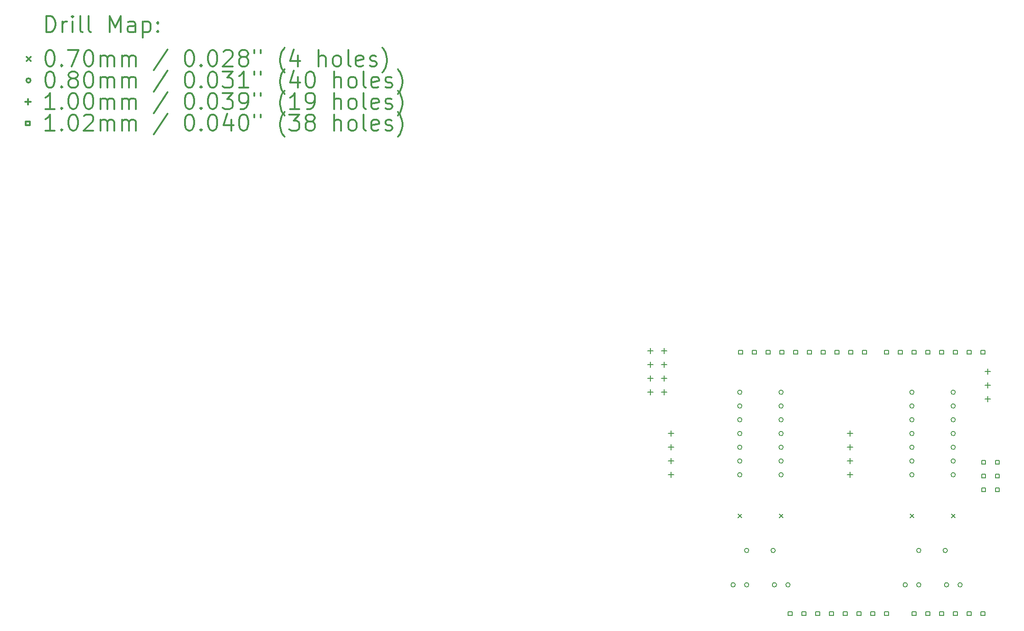
<source format=gbr>
%FSLAX45Y45*%
G04 Gerber Fmt 4.5, Leading zero omitted, Abs format (unit mm)*
G04 Created by KiCad (PCBNEW (5.1.4-0-10_14)) date 2019-10-20 20:34:56*
%MOMM*%
%LPD*%
G04 APERTURE LIST*
%ADD10C,0.200000*%
%ADD11C,0.300000*%
G04 APERTURE END LIST*
D10*
X13046000Y-9363000D02*
X13116000Y-9433000D01*
X13116000Y-9363000D02*
X13046000Y-9433000D01*
X13808000Y-9363000D02*
X13878000Y-9433000D01*
X13878000Y-9363000D02*
X13808000Y-9433000D01*
X16221000Y-9363000D02*
X16291000Y-9433000D01*
X16291000Y-9363000D02*
X16221000Y-9433000D01*
X16983000Y-9363000D02*
X17053000Y-9433000D01*
X17053000Y-9363000D02*
X16983000Y-9433000D01*
X16423000Y-10033000D02*
G75*
G03X16423000Y-10033000I-40000J0D01*
G01*
X16911000Y-10033000D02*
G75*
G03X16911000Y-10033000I-40000J0D01*
G01*
X13248000Y-10033000D02*
G75*
G03X13248000Y-10033000I-40000J0D01*
G01*
X13736000Y-10033000D02*
G75*
G03X13736000Y-10033000I-40000J0D01*
G01*
X16296000Y-7112000D02*
G75*
G03X16296000Y-7112000I-40000J0D01*
G01*
X16296000Y-7366000D02*
G75*
G03X16296000Y-7366000I-40000J0D01*
G01*
X16296000Y-7620000D02*
G75*
G03X16296000Y-7620000I-40000J0D01*
G01*
X16296000Y-7874000D02*
G75*
G03X16296000Y-7874000I-40000J0D01*
G01*
X16296000Y-8128000D02*
G75*
G03X16296000Y-8128000I-40000J0D01*
G01*
X16296000Y-8382000D02*
G75*
G03X16296000Y-8382000I-40000J0D01*
G01*
X16296000Y-8636000D02*
G75*
G03X16296000Y-8636000I-40000J0D01*
G01*
X17058000Y-7112000D02*
G75*
G03X17058000Y-7112000I-40000J0D01*
G01*
X17058000Y-7366000D02*
G75*
G03X17058000Y-7366000I-40000J0D01*
G01*
X17058000Y-7620000D02*
G75*
G03X17058000Y-7620000I-40000J0D01*
G01*
X17058000Y-7874000D02*
G75*
G03X17058000Y-7874000I-40000J0D01*
G01*
X17058000Y-8128000D02*
G75*
G03X17058000Y-8128000I-40000J0D01*
G01*
X17058000Y-8382000D02*
G75*
G03X17058000Y-8382000I-40000J0D01*
G01*
X17058000Y-8636000D02*
G75*
G03X17058000Y-8636000I-40000J0D01*
G01*
X13760000Y-10668000D02*
G75*
G03X13760000Y-10668000I-40000J0D01*
G01*
X14010000Y-10668000D02*
G75*
G03X14010000Y-10668000I-40000J0D01*
G01*
X12998000Y-10668000D02*
G75*
G03X12998000Y-10668000I-40000J0D01*
G01*
X13121000Y-7112000D02*
G75*
G03X13121000Y-7112000I-40000J0D01*
G01*
X13121000Y-7366000D02*
G75*
G03X13121000Y-7366000I-40000J0D01*
G01*
X13121000Y-7620000D02*
G75*
G03X13121000Y-7620000I-40000J0D01*
G01*
X13121000Y-7874000D02*
G75*
G03X13121000Y-7874000I-40000J0D01*
G01*
X13121000Y-8128000D02*
G75*
G03X13121000Y-8128000I-40000J0D01*
G01*
X13121000Y-8382000D02*
G75*
G03X13121000Y-8382000I-40000J0D01*
G01*
X13121000Y-8636000D02*
G75*
G03X13121000Y-8636000I-40000J0D01*
G01*
X13883000Y-7112000D02*
G75*
G03X13883000Y-7112000I-40000J0D01*
G01*
X13883000Y-7366000D02*
G75*
G03X13883000Y-7366000I-40000J0D01*
G01*
X13883000Y-7620000D02*
G75*
G03X13883000Y-7620000I-40000J0D01*
G01*
X13883000Y-7874000D02*
G75*
G03X13883000Y-7874000I-40000J0D01*
G01*
X13883000Y-8128000D02*
G75*
G03X13883000Y-8128000I-40000J0D01*
G01*
X13883000Y-8382000D02*
G75*
G03X13883000Y-8382000I-40000J0D01*
G01*
X13883000Y-8636000D02*
G75*
G03X13883000Y-8636000I-40000J0D01*
G01*
X13248000Y-10668000D02*
G75*
G03X13248000Y-10668000I-40000J0D01*
G01*
X16935000Y-10668000D02*
G75*
G03X16935000Y-10668000I-40000J0D01*
G01*
X17185000Y-10668000D02*
G75*
G03X17185000Y-10668000I-40000J0D01*
G01*
X16173000Y-10668000D02*
G75*
G03X16173000Y-10668000I-40000J0D01*
G01*
X16423000Y-10668000D02*
G75*
G03X16423000Y-10668000I-40000J0D01*
G01*
X11811000Y-7824000D02*
X11811000Y-7924000D01*
X11761000Y-7874000D02*
X11861000Y-7874000D01*
X11811000Y-8078000D02*
X11811000Y-8178000D01*
X11761000Y-8128000D02*
X11861000Y-8128000D01*
X11811000Y-8332000D02*
X11811000Y-8432000D01*
X11761000Y-8382000D02*
X11861000Y-8382000D01*
X11811000Y-8586000D02*
X11811000Y-8686000D01*
X11761000Y-8636000D02*
X11861000Y-8636000D01*
X11430000Y-6554000D02*
X11430000Y-6654000D01*
X11380000Y-6604000D02*
X11480000Y-6604000D01*
X11430000Y-6808000D02*
X11430000Y-6908000D01*
X11380000Y-6858000D02*
X11480000Y-6858000D01*
X11430000Y-7062000D02*
X11430000Y-7162000D01*
X11380000Y-7112000D02*
X11480000Y-7112000D01*
X11684000Y-6300000D02*
X11684000Y-6400000D01*
X11634000Y-6350000D02*
X11734000Y-6350000D01*
X11684000Y-6554000D02*
X11684000Y-6654000D01*
X11634000Y-6604000D02*
X11734000Y-6604000D01*
X11684000Y-6808000D02*
X11684000Y-6908000D01*
X11634000Y-6858000D02*
X11734000Y-6858000D01*
X11684000Y-7062000D02*
X11684000Y-7162000D01*
X11634000Y-7112000D02*
X11734000Y-7112000D01*
X17653000Y-6681000D02*
X17653000Y-6781000D01*
X17603000Y-6731000D02*
X17703000Y-6731000D01*
X17653000Y-6935000D02*
X17653000Y-7035000D01*
X17603000Y-6985000D02*
X17703000Y-6985000D01*
X17653000Y-7189000D02*
X17653000Y-7289000D01*
X17603000Y-7239000D02*
X17703000Y-7239000D01*
X15113000Y-7824000D02*
X15113000Y-7924000D01*
X15063000Y-7874000D02*
X15163000Y-7874000D01*
X15113000Y-8078000D02*
X15113000Y-8178000D01*
X15063000Y-8128000D02*
X15163000Y-8128000D01*
X15113000Y-8332000D02*
X15113000Y-8432000D01*
X15063000Y-8382000D02*
X15163000Y-8382000D01*
X15113000Y-8586000D02*
X15113000Y-8686000D01*
X15063000Y-8636000D02*
X15163000Y-8636000D01*
X11430000Y-6300000D02*
X11430000Y-6400000D01*
X11380000Y-6350000D02*
X11480000Y-6350000D01*
X13131521Y-6407921D02*
X13131521Y-6336079D01*
X13059679Y-6336079D01*
X13059679Y-6407921D01*
X13131521Y-6407921D01*
X13385521Y-6407921D02*
X13385521Y-6336079D01*
X13313679Y-6336079D01*
X13313679Y-6407921D01*
X13385521Y-6407921D01*
X13639521Y-6407921D02*
X13639521Y-6336079D01*
X13567679Y-6336079D01*
X13567679Y-6407921D01*
X13639521Y-6407921D01*
X13893521Y-6407921D02*
X13893521Y-6336079D01*
X13821679Y-6336079D01*
X13821679Y-6407921D01*
X13893521Y-6407921D01*
X14045921Y-11233921D02*
X14045921Y-11162079D01*
X13974079Y-11162079D01*
X13974079Y-11233921D01*
X14045921Y-11233921D01*
X14147521Y-6407921D02*
X14147521Y-6336079D01*
X14075679Y-6336079D01*
X14075679Y-6407921D01*
X14147521Y-6407921D01*
X14299921Y-11233921D02*
X14299921Y-11162079D01*
X14228079Y-11162079D01*
X14228079Y-11233921D01*
X14299921Y-11233921D01*
X14401521Y-6407921D02*
X14401521Y-6336079D01*
X14329679Y-6336079D01*
X14329679Y-6407921D01*
X14401521Y-6407921D01*
X14553921Y-11233921D02*
X14553921Y-11162079D01*
X14482079Y-11162079D01*
X14482079Y-11233921D01*
X14553921Y-11233921D01*
X14655521Y-6407921D02*
X14655521Y-6336079D01*
X14583679Y-6336079D01*
X14583679Y-6407921D01*
X14655521Y-6407921D01*
X14807921Y-11233921D02*
X14807921Y-11162079D01*
X14736079Y-11162079D01*
X14736079Y-11233921D01*
X14807921Y-11233921D01*
X14909521Y-6407921D02*
X14909521Y-6336079D01*
X14837679Y-6336079D01*
X14837679Y-6407921D01*
X14909521Y-6407921D01*
X15061921Y-11233921D02*
X15061921Y-11162079D01*
X14990079Y-11162079D01*
X14990079Y-11233921D01*
X15061921Y-11233921D01*
X15163521Y-6407921D02*
X15163521Y-6336079D01*
X15091679Y-6336079D01*
X15091679Y-6407921D01*
X15163521Y-6407921D01*
X15315921Y-11233921D02*
X15315921Y-11162079D01*
X15244079Y-11162079D01*
X15244079Y-11233921D01*
X15315921Y-11233921D01*
X15417521Y-6407921D02*
X15417521Y-6336079D01*
X15345679Y-6336079D01*
X15345679Y-6407921D01*
X15417521Y-6407921D01*
X15569921Y-11233921D02*
X15569921Y-11162079D01*
X15498079Y-11162079D01*
X15498079Y-11233921D01*
X15569921Y-11233921D01*
X15823921Y-6407921D02*
X15823921Y-6336079D01*
X15752079Y-6336079D01*
X15752079Y-6407921D01*
X15823921Y-6407921D01*
X15823921Y-11233921D02*
X15823921Y-11162079D01*
X15752079Y-11162079D01*
X15752079Y-11233921D01*
X15823921Y-11233921D01*
X16077921Y-6407921D02*
X16077921Y-6336079D01*
X16006079Y-6336079D01*
X16006079Y-6407921D01*
X16077921Y-6407921D01*
X16331921Y-6407921D02*
X16331921Y-6336079D01*
X16260079Y-6336079D01*
X16260079Y-6407921D01*
X16331921Y-6407921D01*
X16331921Y-11233921D02*
X16331921Y-11162079D01*
X16260079Y-11162079D01*
X16260079Y-11233921D01*
X16331921Y-11233921D01*
X16585921Y-6407921D02*
X16585921Y-6336079D01*
X16514079Y-6336079D01*
X16514079Y-6407921D01*
X16585921Y-6407921D01*
X16585921Y-11233921D02*
X16585921Y-11162079D01*
X16514079Y-11162079D01*
X16514079Y-11233921D01*
X16585921Y-11233921D01*
X16839921Y-6407921D02*
X16839921Y-6336079D01*
X16768079Y-6336079D01*
X16768079Y-6407921D01*
X16839921Y-6407921D01*
X16839921Y-11233921D02*
X16839921Y-11162079D01*
X16768079Y-11162079D01*
X16768079Y-11233921D01*
X16839921Y-11233921D01*
X17093921Y-6407921D02*
X17093921Y-6336079D01*
X17022079Y-6336079D01*
X17022079Y-6407921D01*
X17093921Y-6407921D01*
X17093921Y-11233921D02*
X17093921Y-11162079D01*
X17022079Y-11162079D01*
X17022079Y-11233921D01*
X17093921Y-11233921D01*
X17347921Y-6407921D02*
X17347921Y-6336079D01*
X17276079Y-6336079D01*
X17276079Y-6407921D01*
X17347921Y-6407921D01*
X17347921Y-11233921D02*
X17347921Y-11162079D01*
X17276079Y-11162079D01*
X17276079Y-11233921D01*
X17347921Y-11233921D01*
X17601921Y-6407921D02*
X17601921Y-6336079D01*
X17530079Y-6336079D01*
X17530079Y-6407921D01*
X17601921Y-6407921D01*
X17601921Y-11233921D02*
X17601921Y-11162079D01*
X17530079Y-11162079D01*
X17530079Y-11233921D01*
X17601921Y-11233921D01*
X17614621Y-8439921D02*
X17614621Y-8368079D01*
X17542779Y-8368079D01*
X17542779Y-8439921D01*
X17614621Y-8439921D01*
X17614621Y-8693921D02*
X17614621Y-8622079D01*
X17542779Y-8622079D01*
X17542779Y-8693921D01*
X17614621Y-8693921D01*
X17614621Y-8947921D02*
X17614621Y-8876079D01*
X17542779Y-8876079D01*
X17542779Y-8947921D01*
X17614621Y-8947921D01*
X17868621Y-8439921D02*
X17868621Y-8368079D01*
X17796779Y-8368079D01*
X17796779Y-8439921D01*
X17868621Y-8439921D01*
X17868621Y-8693921D02*
X17868621Y-8622079D01*
X17796779Y-8622079D01*
X17796779Y-8693921D01*
X17868621Y-8693921D01*
X17868621Y-8947921D02*
X17868621Y-8876079D01*
X17796779Y-8876079D01*
X17796779Y-8947921D01*
X17868621Y-8947921D01*
D11*
X286429Y-465714D02*
X286429Y-165714D01*
X357857Y-165714D01*
X400714Y-180000D01*
X429286Y-208571D01*
X443571Y-237143D01*
X457857Y-294286D01*
X457857Y-337143D01*
X443571Y-394286D01*
X429286Y-422857D01*
X400714Y-451428D01*
X357857Y-465714D01*
X286429Y-465714D01*
X586429Y-465714D02*
X586429Y-265714D01*
X586429Y-322857D02*
X600714Y-294286D01*
X615000Y-280000D01*
X643571Y-265714D01*
X672143Y-265714D01*
X772143Y-465714D02*
X772143Y-265714D01*
X772143Y-165714D02*
X757857Y-180000D01*
X772143Y-194286D01*
X786428Y-180000D01*
X772143Y-165714D01*
X772143Y-194286D01*
X957857Y-465714D02*
X929286Y-451428D01*
X915000Y-422857D01*
X915000Y-165714D01*
X1115000Y-465714D02*
X1086429Y-451428D01*
X1072143Y-422857D01*
X1072143Y-165714D01*
X1457857Y-465714D02*
X1457857Y-165714D01*
X1557857Y-380000D01*
X1657857Y-165714D01*
X1657857Y-465714D01*
X1929286Y-465714D02*
X1929286Y-308571D01*
X1915000Y-280000D01*
X1886428Y-265714D01*
X1829286Y-265714D01*
X1800714Y-280000D01*
X1929286Y-451428D02*
X1900714Y-465714D01*
X1829286Y-465714D01*
X1800714Y-451428D01*
X1786428Y-422857D01*
X1786428Y-394286D01*
X1800714Y-365714D01*
X1829286Y-351428D01*
X1900714Y-351428D01*
X1929286Y-337143D01*
X2072143Y-265714D02*
X2072143Y-565714D01*
X2072143Y-280000D02*
X2100714Y-265714D01*
X2157857Y-265714D01*
X2186429Y-280000D01*
X2200714Y-294286D01*
X2215000Y-322857D01*
X2215000Y-408571D01*
X2200714Y-437143D01*
X2186429Y-451428D01*
X2157857Y-465714D01*
X2100714Y-465714D01*
X2072143Y-451428D01*
X2343571Y-437143D02*
X2357857Y-451428D01*
X2343571Y-465714D01*
X2329286Y-451428D01*
X2343571Y-437143D01*
X2343571Y-465714D01*
X2343571Y-280000D02*
X2357857Y-294286D01*
X2343571Y-308571D01*
X2329286Y-294286D01*
X2343571Y-280000D01*
X2343571Y-308571D01*
X-70000Y-925000D02*
X0Y-995000D01*
X0Y-925000D02*
X-70000Y-995000D01*
X343571Y-795714D02*
X372143Y-795714D01*
X400714Y-810000D01*
X415000Y-824286D01*
X429286Y-852857D01*
X443571Y-910000D01*
X443571Y-981428D01*
X429286Y-1038571D01*
X415000Y-1067143D01*
X400714Y-1081429D01*
X372143Y-1095714D01*
X343571Y-1095714D01*
X315000Y-1081429D01*
X300714Y-1067143D01*
X286429Y-1038571D01*
X272143Y-981428D01*
X272143Y-910000D01*
X286429Y-852857D01*
X300714Y-824286D01*
X315000Y-810000D01*
X343571Y-795714D01*
X572143Y-1067143D02*
X586429Y-1081429D01*
X572143Y-1095714D01*
X557857Y-1081429D01*
X572143Y-1067143D01*
X572143Y-1095714D01*
X686429Y-795714D02*
X886428Y-795714D01*
X757857Y-1095714D01*
X1057857Y-795714D02*
X1086429Y-795714D01*
X1115000Y-810000D01*
X1129286Y-824286D01*
X1143571Y-852857D01*
X1157857Y-910000D01*
X1157857Y-981428D01*
X1143571Y-1038571D01*
X1129286Y-1067143D01*
X1115000Y-1081429D01*
X1086429Y-1095714D01*
X1057857Y-1095714D01*
X1029286Y-1081429D01*
X1015000Y-1067143D01*
X1000714Y-1038571D01*
X986428Y-981428D01*
X986428Y-910000D01*
X1000714Y-852857D01*
X1015000Y-824286D01*
X1029286Y-810000D01*
X1057857Y-795714D01*
X1286429Y-1095714D02*
X1286429Y-895714D01*
X1286429Y-924286D02*
X1300714Y-910000D01*
X1329286Y-895714D01*
X1372143Y-895714D01*
X1400714Y-910000D01*
X1415000Y-938571D01*
X1415000Y-1095714D01*
X1415000Y-938571D02*
X1429286Y-910000D01*
X1457857Y-895714D01*
X1500714Y-895714D01*
X1529286Y-910000D01*
X1543571Y-938571D01*
X1543571Y-1095714D01*
X1686428Y-1095714D02*
X1686428Y-895714D01*
X1686428Y-924286D02*
X1700714Y-910000D01*
X1729286Y-895714D01*
X1772143Y-895714D01*
X1800714Y-910000D01*
X1815000Y-938571D01*
X1815000Y-1095714D01*
X1815000Y-938571D02*
X1829286Y-910000D01*
X1857857Y-895714D01*
X1900714Y-895714D01*
X1929286Y-910000D01*
X1943571Y-938571D01*
X1943571Y-1095714D01*
X2529286Y-781428D02*
X2272143Y-1167143D01*
X2915000Y-795714D02*
X2943571Y-795714D01*
X2972143Y-810000D01*
X2986428Y-824286D01*
X3000714Y-852857D01*
X3015000Y-910000D01*
X3015000Y-981428D01*
X3000714Y-1038571D01*
X2986428Y-1067143D01*
X2972143Y-1081429D01*
X2943571Y-1095714D01*
X2915000Y-1095714D01*
X2886428Y-1081429D01*
X2872143Y-1067143D01*
X2857857Y-1038571D01*
X2843571Y-981428D01*
X2843571Y-910000D01*
X2857857Y-852857D01*
X2872143Y-824286D01*
X2886428Y-810000D01*
X2915000Y-795714D01*
X3143571Y-1067143D02*
X3157857Y-1081429D01*
X3143571Y-1095714D01*
X3129286Y-1081429D01*
X3143571Y-1067143D01*
X3143571Y-1095714D01*
X3343571Y-795714D02*
X3372143Y-795714D01*
X3400714Y-810000D01*
X3415000Y-824286D01*
X3429286Y-852857D01*
X3443571Y-910000D01*
X3443571Y-981428D01*
X3429286Y-1038571D01*
X3415000Y-1067143D01*
X3400714Y-1081429D01*
X3372143Y-1095714D01*
X3343571Y-1095714D01*
X3315000Y-1081429D01*
X3300714Y-1067143D01*
X3286428Y-1038571D01*
X3272143Y-981428D01*
X3272143Y-910000D01*
X3286428Y-852857D01*
X3300714Y-824286D01*
X3315000Y-810000D01*
X3343571Y-795714D01*
X3557857Y-824286D02*
X3572143Y-810000D01*
X3600714Y-795714D01*
X3672143Y-795714D01*
X3700714Y-810000D01*
X3715000Y-824286D01*
X3729286Y-852857D01*
X3729286Y-881428D01*
X3715000Y-924286D01*
X3543571Y-1095714D01*
X3729286Y-1095714D01*
X3900714Y-924286D02*
X3872143Y-910000D01*
X3857857Y-895714D01*
X3843571Y-867143D01*
X3843571Y-852857D01*
X3857857Y-824286D01*
X3872143Y-810000D01*
X3900714Y-795714D01*
X3957857Y-795714D01*
X3986428Y-810000D01*
X4000714Y-824286D01*
X4015000Y-852857D01*
X4015000Y-867143D01*
X4000714Y-895714D01*
X3986428Y-910000D01*
X3957857Y-924286D01*
X3900714Y-924286D01*
X3872143Y-938571D01*
X3857857Y-952857D01*
X3843571Y-981428D01*
X3843571Y-1038571D01*
X3857857Y-1067143D01*
X3872143Y-1081429D01*
X3900714Y-1095714D01*
X3957857Y-1095714D01*
X3986428Y-1081429D01*
X4000714Y-1067143D01*
X4015000Y-1038571D01*
X4015000Y-981428D01*
X4000714Y-952857D01*
X3986428Y-938571D01*
X3957857Y-924286D01*
X4129286Y-795714D02*
X4129286Y-852857D01*
X4243571Y-795714D02*
X4243571Y-852857D01*
X4686429Y-1210000D02*
X4672143Y-1195714D01*
X4643571Y-1152857D01*
X4629286Y-1124286D01*
X4615000Y-1081429D01*
X4600714Y-1010000D01*
X4600714Y-952857D01*
X4615000Y-881428D01*
X4629286Y-838571D01*
X4643571Y-810000D01*
X4672143Y-767143D01*
X4686429Y-752857D01*
X4929286Y-895714D02*
X4929286Y-1095714D01*
X4857857Y-781428D02*
X4786429Y-995714D01*
X4972143Y-995714D01*
X5315000Y-1095714D02*
X5315000Y-795714D01*
X5443571Y-1095714D02*
X5443571Y-938571D01*
X5429286Y-910000D01*
X5400714Y-895714D01*
X5357857Y-895714D01*
X5329286Y-910000D01*
X5315000Y-924286D01*
X5629286Y-1095714D02*
X5600714Y-1081429D01*
X5586429Y-1067143D01*
X5572143Y-1038571D01*
X5572143Y-952857D01*
X5586429Y-924286D01*
X5600714Y-910000D01*
X5629286Y-895714D01*
X5672143Y-895714D01*
X5700714Y-910000D01*
X5715000Y-924286D01*
X5729286Y-952857D01*
X5729286Y-1038571D01*
X5715000Y-1067143D01*
X5700714Y-1081429D01*
X5672143Y-1095714D01*
X5629286Y-1095714D01*
X5900714Y-1095714D02*
X5872143Y-1081429D01*
X5857857Y-1052857D01*
X5857857Y-795714D01*
X6129286Y-1081429D02*
X6100714Y-1095714D01*
X6043571Y-1095714D01*
X6015000Y-1081429D01*
X6000714Y-1052857D01*
X6000714Y-938571D01*
X6015000Y-910000D01*
X6043571Y-895714D01*
X6100714Y-895714D01*
X6129286Y-910000D01*
X6143571Y-938571D01*
X6143571Y-967143D01*
X6000714Y-995714D01*
X6257857Y-1081429D02*
X6286428Y-1095714D01*
X6343571Y-1095714D01*
X6372143Y-1081429D01*
X6386428Y-1052857D01*
X6386428Y-1038571D01*
X6372143Y-1010000D01*
X6343571Y-995714D01*
X6300714Y-995714D01*
X6272143Y-981428D01*
X6257857Y-952857D01*
X6257857Y-938571D01*
X6272143Y-910000D01*
X6300714Y-895714D01*
X6343571Y-895714D01*
X6372143Y-910000D01*
X6486428Y-1210000D02*
X6500714Y-1195714D01*
X6529286Y-1152857D01*
X6543571Y-1124286D01*
X6557857Y-1081429D01*
X6572143Y-1010000D01*
X6572143Y-952857D01*
X6557857Y-881428D01*
X6543571Y-838571D01*
X6529286Y-810000D01*
X6500714Y-767143D01*
X6486428Y-752857D01*
X0Y-1356000D02*
G75*
G03X0Y-1356000I-40000J0D01*
G01*
X343571Y-1191714D02*
X372143Y-1191714D01*
X400714Y-1206000D01*
X415000Y-1220286D01*
X429286Y-1248857D01*
X443571Y-1306000D01*
X443571Y-1377429D01*
X429286Y-1434571D01*
X415000Y-1463143D01*
X400714Y-1477428D01*
X372143Y-1491714D01*
X343571Y-1491714D01*
X315000Y-1477428D01*
X300714Y-1463143D01*
X286429Y-1434571D01*
X272143Y-1377429D01*
X272143Y-1306000D01*
X286429Y-1248857D01*
X300714Y-1220286D01*
X315000Y-1206000D01*
X343571Y-1191714D01*
X572143Y-1463143D02*
X586429Y-1477428D01*
X572143Y-1491714D01*
X557857Y-1477428D01*
X572143Y-1463143D01*
X572143Y-1491714D01*
X757857Y-1320286D02*
X729286Y-1306000D01*
X715000Y-1291714D01*
X700714Y-1263143D01*
X700714Y-1248857D01*
X715000Y-1220286D01*
X729286Y-1206000D01*
X757857Y-1191714D01*
X815000Y-1191714D01*
X843571Y-1206000D01*
X857857Y-1220286D01*
X872143Y-1248857D01*
X872143Y-1263143D01*
X857857Y-1291714D01*
X843571Y-1306000D01*
X815000Y-1320286D01*
X757857Y-1320286D01*
X729286Y-1334571D01*
X715000Y-1348857D01*
X700714Y-1377429D01*
X700714Y-1434571D01*
X715000Y-1463143D01*
X729286Y-1477428D01*
X757857Y-1491714D01*
X815000Y-1491714D01*
X843571Y-1477428D01*
X857857Y-1463143D01*
X872143Y-1434571D01*
X872143Y-1377429D01*
X857857Y-1348857D01*
X843571Y-1334571D01*
X815000Y-1320286D01*
X1057857Y-1191714D02*
X1086429Y-1191714D01*
X1115000Y-1206000D01*
X1129286Y-1220286D01*
X1143571Y-1248857D01*
X1157857Y-1306000D01*
X1157857Y-1377429D01*
X1143571Y-1434571D01*
X1129286Y-1463143D01*
X1115000Y-1477428D01*
X1086429Y-1491714D01*
X1057857Y-1491714D01*
X1029286Y-1477428D01*
X1015000Y-1463143D01*
X1000714Y-1434571D01*
X986428Y-1377429D01*
X986428Y-1306000D01*
X1000714Y-1248857D01*
X1015000Y-1220286D01*
X1029286Y-1206000D01*
X1057857Y-1191714D01*
X1286429Y-1491714D02*
X1286429Y-1291714D01*
X1286429Y-1320286D02*
X1300714Y-1306000D01*
X1329286Y-1291714D01*
X1372143Y-1291714D01*
X1400714Y-1306000D01*
X1415000Y-1334571D01*
X1415000Y-1491714D01*
X1415000Y-1334571D02*
X1429286Y-1306000D01*
X1457857Y-1291714D01*
X1500714Y-1291714D01*
X1529286Y-1306000D01*
X1543571Y-1334571D01*
X1543571Y-1491714D01*
X1686428Y-1491714D02*
X1686428Y-1291714D01*
X1686428Y-1320286D02*
X1700714Y-1306000D01*
X1729286Y-1291714D01*
X1772143Y-1291714D01*
X1800714Y-1306000D01*
X1815000Y-1334571D01*
X1815000Y-1491714D01*
X1815000Y-1334571D02*
X1829286Y-1306000D01*
X1857857Y-1291714D01*
X1900714Y-1291714D01*
X1929286Y-1306000D01*
X1943571Y-1334571D01*
X1943571Y-1491714D01*
X2529286Y-1177429D02*
X2272143Y-1563143D01*
X2915000Y-1191714D02*
X2943571Y-1191714D01*
X2972143Y-1206000D01*
X2986428Y-1220286D01*
X3000714Y-1248857D01*
X3015000Y-1306000D01*
X3015000Y-1377429D01*
X3000714Y-1434571D01*
X2986428Y-1463143D01*
X2972143Y-1477428D01*
X2943571Y-1491714D01*
X2915000Y-1491714D01*
X2886428Y-1477428D01*
X2872143Y-1463143D01*
X2857857Y-1434571D01*
X2843571Y-1377429D01*
X2843571Y-1306000D01*
X2857857Y-1248857D01*
X2872143Y-1220286D01*
X2886428Y-1206000D01*
X2915000Y-1191714D01*
X3143571Y-1463143D02*
X3157857Y-1477428D01*
X3143571Y-1491714D01*
X3129286Y-1477428D01*
X3143571Y-1463143D01*
X3143571Y-1491714D01*
X3343571Y-1191714D02*
X3372143Y-1191714D01*
X3400714Y-1206000D01*
X3415000Y-1220286D01*
X3429286Y-1248857D01*
X3443571Y-1306000D01*
X3443571Y-1377429D01*
X3429286Y-1434571D01*
X3415000Y-1463143D01*
X3400714Y-1477428D01*
X3372143Y-1491714D01*
X3343571Y-1491714D01*
X3315000Y-1477428D01*
X3300714Y-1463143D01*
X3286428Y-1434571D01*
X3272143Y-1377429D01*
X3272143Y-1306000D01*
X3286428Y-1248857D01*
X3300714Y-1220286D01*
X3315000Y-1206000D01*
X3343571Y-1191714D01*
X3543571Y-1191714D02*
X3729286Y-1191714D01*
X3629286Y-1306000D01*
X3672143Y-1306000D01*
X3700714Y-1320286D01*
X3715000Y-1334571D01*
X3729286Y-1363143D01*
X3729286Y-1434571D01*
X3715000Y-1463143D01*
X3700714Y-1477428D01*
X3672143Y-1491714D01*
X3586428Y-1491714D01*
X3557857Y-1477428D01*
X3543571Y-1463143D01*
X4015000Y-1491714D02*
X3843571Y-1491714D01*
X3929286Y-1491714D02*
X3929286Y-1191714D01*
X3900714Y-1234571D01*
X3872143Y-1263143D01*
X3843571Y-1277429D01*
X4129286Y-1191714D02*
X4129286Y-1248857D01*
X4243571Y-1191714D02*
X4243571Y-1248857D01*
X4686429Y-1606000D02*
X4672143Y-1591714D01*
X4643571Y-1548857D01*
X4629286Y-1520286D01*
X4615000Y-1477428D01*
X4600714Y-1406000D01*
X4600714Y-1348857D01*
X4615000Y-1277429D01*
X4629286Y-1234571D01*
X4643571Y-1206000D01*
X4672143Y-1163143D01*
X4686429Y-1148857D01*
X4929286Y-1291714D02*
X4929286Y-1491714D01*
X4857857Y-1177429D02*
X4786429Y-1391714D01*
X4972143Y-1391714D01*
X5143571Y-1191714D02*
X5172143Y-1191714D01*
X5200714Y-1206000D01*
X5215000Y-1220286D01*
X5229286Y-1248857D01*
X5243571Y-1306000D01*
X5243571Y-1377429D01*
X5229286Y-1434571D01*
X5215000Y-1463143D01*
X5200714Y-1477428D01*
X5172143Y-1491714D01*
X5143571Y-1491714D01*
X5115000Y-1477428D01*
X5100714Y-1463143D01*
X5086429Y-1434571D01*
X5072143Y-1377429D01*
X5072143Y-1306000D01*
X5086429Y-1248857D01*
X5100714Y-1220286D01*
X5115000Y-1206000D01*
X5143571Y-1191714D01*
X5600714Y-1491714D02*
X5600714Y-1191714D01*
X5729286Y-1491714D02*
X5729286Y-1334571D01*
X5715000Y-1306000D01*
X5686428Y-1291714D01*
X5643571Y-1291714D01*
X5615000Y-1306000D01*
X5600714Y-1320286D01*
X5915000Y-1491714D02*
X5886428Y-1477428D01*
X5872143Y-1463143D01*
X5857857Y-1434571D01*
X5857857Y-1348857D01*
X5872143Y-1320286D01*
X5886428Y-1306000D01*
X5915000Y-1291714D01*
X5957857Y-1291714D01*
X5986428Y-1306000D01*
X6000714Y-1320286D01*
X6015000Y-1348857D01*
X6015000Y-1434571D01*
X6000714Y-1463143D01*
X5986428Y-1477428D01*
X5957857Y-1491714D01*
X5915000Y-1491714D01*
X6186428Y-1491714D02*
X6157857Y-1477428D01*
X6143571Y-1448857D01*
X6143571Y-1191714D01*
X6415000Y-1477428D02*
X6386428Y-1491714D01*
X6329286Y-1491714D01*
X6300714Y-1477428D01*
X6286428Y-1448857D01*
X6286428Y-1334571D01*
X6300714Y-1306000D01*
X6329286Y-1291714D01*
X6386428Y-1291714D01*
X6415000Y-1306000D01*
X6429286Y-1334571D01*
X6429286Y-1363143D01*
X6286428Y-1391714D01*
X6543571Y-1477428D02*
X6572143Y-1491714D01*
X6629286Y-1491714D01*
X6657857Y-1477428D01*
X6672143Y-1448857D01*
X6672143Y-1434571D01*
X6657857Y-1406000D01*
X6629286Y-1391714D01*
X6586428Y-1391714D01*
X6557857Y-1377429D01*
X6543571Y-1348857D01*
X6543571Y-1334571D01*
X6557857Y-1306000D01*
X6586428Y-1291714D01*
X6629286Y-1291714D01*
X6657857Y-1306000D01*
X6772143Y-1606000D02*
X6786428Y-1591714D01*
X6815000Y-1548857D01*
X6829286Y-1520286D01*
X6843571Y-1477428D01*
X6857857Y-1406000D01*
X6857857Y-1348857D01*
X6843571Y-1277429D01*
X6829286Y-1234571D01*
X6815000Y-1206000D01*
X6786428Y-1163143D01*
X6772143Y-1148857D01*
X-50000Y-1702000D02*
X-50000Y-1802000D01*
X-100000Y-1752000D02*
X0Y-1752000D01*
X443571Y-1887714D02*
X272143Y-1887714D01*
X357857Y-1887714D02*
X357857Y-1587714D01*
X329286Y-1630571D01*
X300714Y-1659143D01*
X272143Y-1673428D01*
X572143Y-1859143D02*
X586429Y-1873428D01*
X572143Y-1887714D01*
X557857Y-1873428D01*
X572143Y-1859143D01*
X572143Y-1887714D01*
X772143Y-1587714D02*
X800714Y-1587714D01*
X829286Y-1602000D01*
X843571Y-1616286D01*
X857857Y-1644857D01*
X872143Y-1702000D01*
X872143Y-1773428D01*
X857857Y-1830571D01*
X843571Y-1859143D01*
X829286Y-1873428D01*
X800714Y-1887714D01*
X772143Y-1887714D01*
X743571Y-1873428D01*
X729286Y-1859143D01*
X715000Y-1830571D01*
X700714Y-1773428D01*
X700714Y-1702000D01*
X715000Y-1644857D01*
X729286Y-1616286D01*
X743571Y-1602000D01*
X772143Y-1587714D01*
X1057857Y-1587714D02*
X1086429Y-1587714D01*
X1115000Y-1602000D01*
X1129286Y-1616286D01*
X1143571Y-1644857D01*
X1157857Y-1702000D01*
X1157857Y-1773428D01*
X1143571Y-1830571D01*
X1129286Y-1859143D01*
X1115000Y-1873428D01*
X1086429Y-1887714D01*
X1057857Y-1887714D01*
X1029286Y-1873428D01*
X1015000Y-1859143D01*
X1000714Y-1830571D01*
X986428Y-1773428D01*
X986428Y-1702000D01*
X1000714Y-1644857D01*
X1015000Y-1616286D01*
X1029286Y-1602000D01*
X1057857Y-1587714D01*
X1286429Y-1887714D02*
X1286429Y-1687714D01*
X1286429Y-1716286D02*
X1300714Y-1702000D01*
X1329286Y-1687714D01*
X1372143Y-1687714D01*
X1400714Y-1702000D01*
X1415000Y-1730571D01*
X1415000Y-1887714D01*
X1415000Y-1730571D02*
X1429286Y-1702000D01*
X1457857Y-1687714D01*
X1500714Y-1687714D01*
X1529286Y-1702000D01*
X1543571Y-1730571D01*
X1543571Y-1887714D01*
X1686428Y-1887714D02*
X1686428Y-1687714D01*
X1686428Y-1716286D02*
X1700714Y-1702000D01*
X1729286Y-1687714D01*
X1772143Y-1687714D01*
X1800714Y-1702000D01*
X1815000Y-1730571D01*
X1815000Y-1887714D01*
X1815000Y-1730571D02*
X1829286Y-1702000D01*
X1857857Y-1687714D01*
X1900714Y-1687714D01*
X1929286Y-1702000D01*
X1943571Y-1730571D01*
X1943571Y-1887714D01*
X2529286Y-1573428D02*
X2272143Y-1959143D01*
X2915000Y-1587714D02*
X2943571Y-1587714D01*
X2972143Y-1602000D01*
X2986428Y-1616286D01*
X3000714Y-1644857D01*
X3015000Y-1702000D01*
X3015000Y-1773428D01*
X3000714Y-1830571D01*
X2986428Y-1859143D01*
X2972143Y-1873428D01*
X2943571Y-1887714D01*
X2915000Y-1887714D01*
X2886428Y-1873428D01*
X2872143Y-1859143D01*
X2857857Y-1830571D01*
X2843571Y-1773428D01*
X2843571Y-1702000D01*
X2857857Y-1644857D01*
X2872143Y-1616286D01*
X2886428Y-1602000D01*
X2915000Y-1587714D01*
X3143571Y-1859143D02*
X3157857Y-1873428D01*
X3143571Y-1887714D01*
X3129286Y-1873428D01*
X3143571Y-1859143D01*
X3143571Y-1887714D01*
X3343571Y-1587714D02*
X3372143Y-1587714D01*
X3400714Y-1602000D01*
X3415000Y-1616286D01*
X3429286Y-1644857D01*
X3443571Y-1702000D01*
X3443571Y-1773428D01*
X3429286Y-1830571D01*
X3415000Y-1859143D01*
X3400714Y-1873428D01*
X3372143Y-1887714D01*
X3343571Y-1887714D01*
X3315000Y-1873428D01*
X3300714Y-1859143D01*
X3286428Y-1830571D01*
X3272143Y-1773428D01*
X3272143Y-1702000D01*
X3286428Y-1644857D01*
X3300714Y-1616286D01*
X3315000Y-1602000D01*
X3343571Y-1587714D01*
X3543571Y-1587714D02*
X3729286Y-1587714D01*
X3629286Y-1702000D01*
X3672143Y-1702000D01*
X3700714Y-1716286D01*
X3715000Y-1730571D01*
X3729286Y-1759143D01*
X3729286Y-1830571D01*
X3715000Y-1859143D01*
X3700714Y-1873428D01*
X3672143Y-1887714D01*
X3586428Y-1887714D01*
X3557857Y-1873428D01*
X3543571Y-1859143D01*
X3872143Y-1887714D02*
X3929286Y-1887714D01*
X3957857Y-1873428D01*
X3972143Y-1859143D01*
X4000714Y-1816286D01*
X4015000Y-1759143D01*
X4015000Y-1644857D01*
X4000714Y-1616286D01*
X3986428Y-1602000D01*
X3957857Y-1587714D01*
X3900714Y-1587714D01*
X3872143Y-1602000D01*
X3857857Y-1616286D01*
X3843571Y-1644857D01*
X3843571Y-1716286D01*
X3857857Y-1744857D01*
X3872143Y-1759143D01*
X3900714Y-1773428D01*
X3957857Y-1773428D01*
X3986428Y-1759143D01*
X4000714Y-1744857D01*
X4015000Y-1716286D01*
X4129286Y-1587714D02*
X4129286Y-1644857D01*
X4243571Y-1587714D02*
X4243571Y-1644857D01*
X4686429Y-2002000D02*
X4672143Y-1987714D01*
X4643571Y-1944857D01*
X4629286Y-1916286D01*
X4615000Y-1873428D01*
X4600714Y-1802000D01*
X4600714Y-1744857D01*
X4615000Y-1673428D01*
X4629286Y-1630571D01*
X4643571Y-1602000D01*
X4672143Y-1559143D01*
X4686429Y-1544857D01*
X4957857Y-1887714D02*
X4786429Y-1887714D01*
X4872143Y-1887714D02*
X4872143Y-1587714D01*
X4843571Y-1630571D01*
X4815000Y-1659143D01*
X4786429Y-1673428D01*
X5100714Y-1887714D02*
X5157857Y-1887714D01*
X5186429Y-1873428D01*
X5200714Y-1859143D01*
X5229286Y-1816286D01*
X5243571Y-1759143D01*
X5243571Y-1644857D01*
X5229286Y-1616286D01*
X5215000Y-1602000D01*
X5186429Y-1587714D01*
X5129286Y-1587714D01*
X5100714Y-1602000D01*
X5086429Y-1616286D01*
X5072143Y-1644857D01*
X5072143Y-1716286D01*
X5086429Y-1744857D01*
X5100714Y-1759143D01*
X5129286Y-1773428D01*
X5186429Y-1773428D01*
X5215000Y-1759143D01*
X5229286Y-1744857D01*
X5243571Y-1716286D01*
X5600714Y-1887714D02*
X5600714Y-1587714D01*
X5729286Y-1887714D02*
X5729286Y-1730571D01*
X5715000Y-1702000D01*
X5686428Y-1687714D01*
X5643571Y-1687714D01*
X5615000Y-1702000D01*
X5600714Y-1716286D01*
X5915000Y-1887714D02*
X5886428Y-1873428D01*
X5872143Y-1859143D01*
X5857857Y-1830571D01*
X5857857Y-1744857D01*
X5872143Y-1716286D01*
X5886428Y-1702000D01*
X5915000Y-1687714D01*
X5957857Y-1687714D01*
X5986428Y-1702000D01*
X6000714Y-1716286D01*
X6015000Y-1744857D01*
X6015000Y-1830571D01*
X6000714Y-1859143D01*
X5986428Y-1873428D01*
X5957857Y-1887714D01*
X5915000Y-1887714D01*
X6186428Y-1887714D02*
X6157857Y-1873428D01*
X6143571Y-1844857D01*
X6143571Y-1587714D01*
X6415000Y-1873428D02*
X6386428Y-1887714D01*
X6329286Y-1887714D01*
X6300714Y-1873428D01*
X6286428Y-1844857D01*
X6286428Y-1730571D01*
X6300714Y-1702000D01*
X6329286Y-1687714D01*
X6386428Y-1687714D01*
X6415000Y-1702000D01*
X6429286Y-1730571D01*
X6429286Y-1759143D01*
X6286428Y-1787714D01*
X6543571Y-1873428D02*
X6572143Y-1887714D01*
X6629286Y-1887714D01*
X6657857Y-1873428D01*
X6672143Y-1844857D01*
X6672143Y-1830571D01*
X6657857Y-1802000D01*
X6629286Y-1787714D01*
X6586428Y-1787714D01*
X6557857Y-1773428D01*
X6543571Y-1744857D01*
X6543571Y-1730571D01*
X6557857Y-1702000D01*
X6586428Y-1687714D01*
X6629286Y-1687714D01*
X6657857Y-1702000D01*
X6772143Y-2002000D02*
X6786428Y-1987714D01*
X6815000Y-1944857D01*
X6829286Y-1916286D01*
X6843571Y-1873428D01*
X6857857Y-1802000D01*
X6857857Y-1744857D01*
X6843571Y-1673428D01*
X6829286Y-1630571D01*
X6815000Y-1602000D01*
X6786428Y-1559143D01*
X6772143Y-1544857D01*
X-14879Y-2183921D02*
X-14879Y-2112079D01*
X-86721Y-2112079D01*
X-86721Y-2183921D01*
X-14879Y-2183921D01*
X443571Y-2283714D02*
X272143Y-2283714D01*
X357857Y-2283714D02*
X357857Y-1983714D01*
X329286Y-2026571D01*
X300714Y-2055143D01*
X272143Y-2069428D01*
X572143Y-2255143D02*
X586429Y-2269429D01*
X572143Y-2283714D01*
X557857Y-2269429D01*
X572143Y-2255143D01*
X572143Y-2283714D01*
X772143Y-1983714D02*
X800714Y-1983714D01*
X829286Y-1998000D01*
X843571Y-2012286D01*
X857857Y-2040857D01*
X872143Y-2098000D01*
X872143Y-2169429D01*
X857857Y-2226571D01*
X843571Y-2255143D01*
X829286Y-2269429D01*
X800714Y-2283714D01*
X772143Y-2283714D01*
X743571Y-2269429D01*
X729286Y-2255143D01*
X715000Y-2226571D01*
X700714Y-2169429D01*
X700714Y-2098000D01*
X715000Y-2040857D01*
X729286Y-2012286D01*
X743571Y-1998000D01*
X772143Y-1983714D01*
X986428Y-2012286D02*
X1000714Y-1998000D01*
X1029286Y-1983714D01*
X1100714Y-1983714D01*
X1129286Y-1998000D01*
X1143571Y-2012286D01*
X1157857Y-2040857D01*
X1157857Y-2069428D01*
X1143571Y-2112286D01*
X972143Y-2283714D01*
X1157857Y-2283714D01*
X1286429Y-2283714D02*
X1286429Y-2083714D01*
X1286429Y-2112286D02*
X1300714Y-2098000D01*
X1329286Y-2083714D01*
X1372143Y-2083714D01*
X1400714Y-2098000D01*
X1415000Y-2126571D01*
X1415000Y-2283714D01*
X1415000Y-2126571D02*
X1429286Y-2098000D01*
X1457857Y-2083714D01*
X1500714Y-2083714D01*
X1529286Y-2098000D01*
X1543571Y-2126571D01*
X1543571Y-2283714D01*
X1686428Y-2283714D02*
X1686428Y-2083714D01*
X1686428Y-2112286D02*
X1700714Y-2098000D01*
X1729286Y-2083714D01*
X1772143Y-2083714D01*
X1800714Y-2098000D01*
X1815000Y-2126571D01*
X1815000Y-2283714D01*
X1815000Y-2126571D02*
X1829286Y-2098000D01*
X1857857Y-2083714D01*
X1900714Y-2083714D01*
X1929286Y-2098000D01*
X1943571Y-2126571D01*
X1943571Y-2283714D01*
X2529286Y-1969428D02*
X2272143Y-2355143D01*
X2915000Y-1983714D02*
X2943571Y-1983714D01*
X2972143Y-1998000D01*
X2986428Y-2012286D01*
X3000714Y-2040857D01*
X3015000Y-2098000D01*
X3015000Y-2169429D01*
X3000714Y-2226571D01*
X2986428Y-2255143D01*
X2972143Y-2269429D01*
X2943571Y-2283714D01*
X2915000Y-2283714D01*
X2886428Y-2269429D01*
X2872143Y-2255143D01*
X2857857Y-2226571D01*
X2843571Y-2169429D01*
X2843571Y-2098000D01*
X2857857Y-2040857D01*
X2872143Y-2012286D01*
X2886428Y-1998000D01*
X2915000Y-1983714D01*
X3143571Y-2255143D02*
X3157857Y-2269429D01*
X3143571Y-2283714D01*
X3129286Y-2269429D01*
X3143571Y-2255143D01*
X3143571Y-2283714D01*
X3343571Y-1983714D02*
X3372143Y-1983714D01*
X3400714Y-1998000D01*
X3415000Y-2012286D01*
X3429286Y-2040857D01*
X3443571Y-2098000D01*
X3443571Y-2169429D01*
X3429286Y-2226571D01*
X3415000Y-2255143D01*
X3400714Y-2269429D01*
X3372143Y-2283714D01*
X3343571Y-2283714D01*
X3315000Y-2269429D01*
X3300714Y-2255143D01*
X3286428Y-2226571D01*
X3272143Y-2169429D01*
X3272143Y-2098000D01*
X3286428Y-2040857D01*
X3300714Y-2012286D01*
X3315000Y-1998000D01*
X3343571Y-1983714D01*
X3700714Y-2083714D02*
X3700714Y-2283714D01*
X3629286Y-1969428D02*
X3557857Y-2183714D01*
X3743571Y-2183714D01*
X3915000Y-1983714D02*
X3943571Y-1983714D01*
X3972143Y-1998000D01*
X3986428Y-2012286D01*
X4000714Y-2040857D01*
X4015000Y-2098000D01*
X4015000Y-2169429D01*
X4000714Y-2226571D01*
X3986428Y-2255143D01*
X3972143Y-2269429D01*
X3943571Y-2283714D01*
X3915000Y-2283714D01*
X3886428Y-2269429D01*
X3872143Y-2255143D01*
X3857857Y-2226571D01*
X3843571Y-2169429D01*
X3843571Y-2098000D01*
X3857857Y-2040857D01*
X3872143Y-2012286D01*
X3886428Y-1998000D01*
X3915000Y-1983714D01*
X4129286Y-1983714D02*
X4129286Y-2040857D01*
X4243571Y-1983714D02*
X4243571Y-2040857D01*
X4686429Y-2398000D02*
X4672143Y-2383714D01*
X4643571Y-2340857D01*
X4629286Y-2312286D01*
X4615000Y-2269429D01*
X4600714Y-2198000D01*
X4600714Y-2140857D01*
X4615000Y-2069428D01*
X4629286Y-2026571D01*
X4643571Y-1998000D01*
X4672143Y-1955143D01*
X4686429Y-1940857D01*
X4772143Y-1983714D02*
X4957857Y-1983714D01*
X4857857Y-2098000D01*
X4900714Y-2098000D01*
X4929286Y-2112286D01*
X4943571Y-2126571D01*
X4957857Y-2155143D01*
X4957857Y-2226571D01*
X4943571Y-2255143D01*
X4929286Y-2269429D01*
X4900714Y-2283714D01*
X4815000Y-2283714D01*
X4786429Y-2269429D01*
X4772143Y-2255143D01*
X5129286Y-2112286D02*
X5100714Y-2098000D01*
X5086429Y-2083714D01*
X5072143Y-2055143D01*
X5072143Y-2040857D01*
X5086429Y-2012286D01*
X5100714Y-1998000D01*
X5129286Y-1983714D01*
X5186429Y-1983714D01*
X5215000Y-1998000D01*
X5229286Y-2012286D01*
X5243571Y-2040857D01*
X5243571Y-2055143D01*
X5229286Y-2083714D01*
X5215000Y-2098000D01*
X5186429Y-2112286D01*
X5129286Y-2112286D01*
X5100714Y-2126571D01*
X5086429Y-2140857D01*
X5072143Y-2169429D01*
X5072143Y-2226571D01*
X5086429Y-2255143D01*
X5100714Y-2269429D01*
X5129286Y-2283714D01*
X5186429Y-2283714D01*
X5215000Y-2269429D01*
X5229286Y-2255143D01*
X5243571Y-2226571D01*
X5243571Y-2169429D01*
X5229286Y-2140857D01*
X5215000Y-2126571D01*
X5186429Y-2112286D01*
X5600714Y-2283714D02*
X5600714Y-1983714D01*
X5729286Y-2283714D02*
X5729286Y-2126571D01*
X5715000Y-2098000D01*
X5686428Y-2083714D01*
X5643571Y-2083714D01*
X5615000Y-2098000D01*
X5600714Y-2112286D01*
X5915000Y-2283714D02*
X5886428Y-2269429D01*
X5872143Y-2255143D01*
X5857857Y-2226571D01*
X5857857Y-2140857D01*
X5872143Y-2112286D01*
X5886428Y-2098000D01*
X5915000Y-2083714D01*
X5957857Y-2083714D01*
X5986428Y-2098000D01*
X6000714Y-2112286D01*
X6015000Y-2140857D01*
X6015000Y-2226571D01*
X6000714Y-2255143D01*
X5986428Y-2269429D01*
X5957857Y-2283714D01*
X5915000Y-2283714D01*
X6186428Y-2283714D02*
X6157857Y-2269429D01*
X6143571Y-2240857D01*
X6143571Y-1983714D01*
X6415000Y-2269429D02*
X6386428Y-2283714D01*
X6329286Y-2283714D01*
X6300714Y-2269429D01*
X6286428Y-2240857D01*
X6286428Y-2126571D01*
X6300714Y-2098000D01*
X6329286Y-2083714D01*
X6386428Y-2083714D01*
X6415000Y-2098000D01*
X6429286Y-2126571D01*
X6429286Y-2155143D01*
X6286428Y-2183714D01*
X6543571Y-2269429D02*
X6572143Y-2283714D01*
X6629286Y-2283714D01*
X6657857Y-2269429D01*
X6672143Y-2240857D01*
X6672143Y-2226571D01*
X6657857Y-2198000D01*
X6629286Y-2183714D01*
X6586428Y-2183714D01*
X6557857Y-2169429D01*
X6543571Y-2140857D01*
X6543571Y-2126571D01*
X6557857Y-2098000D01*
X6586428Y-2083714D01*
X6629286Y-2083714D01*
X6657857Y-2098000D01*
X6772143Y-2398000D02*
X6786428Y-2383714D01*
X6815000Y-2340857D01*
X6829286Y-2312286D01*
X6843571Y-2269429D01*
X6857857Y-2198000D01*
X6857857Y-2140857D01*
X6843571Y-2069428D01*
X6829286Y-2026571D01*
X6815000Y-1998000D01*
X6786428Y-1955143D01*
X6772143Y-1940857D01*
M02*

</source>
